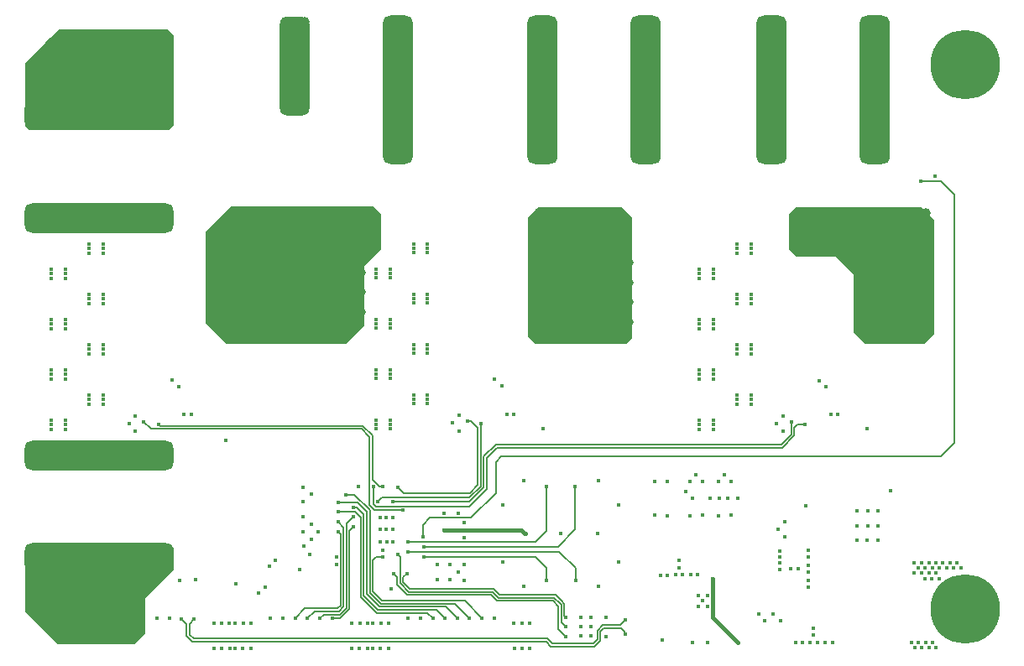
<source format=gbr>
%TF.GenerationSoftware,Altium Limited,Altium Designer,24.0.1 (36)*%
G04 Layer_Physical_Order=4*
G04 Layer_Color=12517376*
%FSLAX45Y45*%
%MOMM*%
%TF.SameCoordinates,AD55DBC5-7C0D-423F-88F8-B269A012BA9E*%
%TF.FilePolarity,Positive*%
%TF.FileFunction,Copper,L4,Bot,Signal*%
%TF.Part,Single*%
G01*
G75*
%TA.AperFunction,ConnectorPad*%
G04:AMPARAMS|DCode=32|XSize=3mm|YSize=15mm|CornerRadius=0.75mm|HoleSize=0mm|Usage=FLASHONLY|Rotation=90.000|XOffset=0mm|YOffset=0mm|HoleType=Round|Shape=RoundedRectangle|*
%AMROUNDEDRECTD32*
21,1,3.00000,13.50000,0,0,90.0*
21,1,1.50000,15.00000,0,0,90.0*
1,1,1.50000,6.75000,0.75000*
1,1,1.50000,6.75000,-0.75000*
1,1,1.50000,-6.75000,-0.75000*
1,1,1.50000,-6.75000,0.75000*
%
%ADD32ROUNDEDRECTD32*%
G04:AMPARAMS|DCode=39|XSize=3mm|YSize=10mm|CornerRadius=0.75mm|HoleSize=0mm|Usage=FLASHONLY|Rotation=0.000|XOffset=0mm|YOffset=0mm|HoleType=Round|Shape=RoundedRectangle|*
%AMROUNDEDRECTD39*
21,1,3.00000,8.50000,0,0,0.0*
21,1,1.50000,10.00000,0,0,0.0*
1,1,1.50000,0.75000,-4.25000*
1,1,1.50000,-0.75000,-4.25000*
1,1,1.50000,-0.75000,4.25000*
1,1,1.50000,0.75000,4.25000*
%
%ADD39ROUNDEDRECTD39*%
G04:AMPARAMS|DCode=41|XSize=3mm|YSize=15mm|CornerRadius=0.75mm|HoleSize=0mm|Usage=FLASHONLY|Rotation=0.000|XOffset=0mm|YOffset=0mm|HoleType=Round|Shape=RoundedRectangle|*
%AMROUNDEDRECTD41*
21,1,3.00000,13.50000,0,0,0.0*
21,1,1.50000,15.00000,0,0,0.0*
1,1,1.50000,0.75000,-6.75000*
1,1,1.50000,-0.75000,-6.75000*
1,1,1.50000,-0.75000,6.75000*
1,1,1.50000,0.75000,6.75000*
%
%ADD41ROUNDEDRECTD41*%
%TA.AperFunction,Conductor*%
%ADD48C,0.20320*%
%ADD49C,0.38100*%
%TA.AperFunction,ComponentPad*%
%ADD54C,0.40000*%
%ADD55C,1.00000*%
%ADD56C,7.00000*%
%ADD57C,1.01600*%
%TA.AperFunction,ViaPad*%
%ADD58C,1.00000*%
%ADD59C,0.40000*%
G36*
X53340Y1165860D02*
X10160Y1122680D01*
Y480060D01*
X340360Y149860D01*
X1112520D01*
X1221740Y259080D01*
Y612140D01*
X1510121Y900521D01*
Y1122528D01*
X1466789Y1165860D01*
X53340D01*
D02*
G37*
G36*
X349950Y6350000D02*
X10160Y6010210D01*
Y5379720D01*
X54428Y5335452D01*
X1464492D01*
X1510586Y5381546D01*
Y6292294D01*
X1452880Y6349999D01*
X349950Y6350000D01*
D02*
G37*
G36*
X3525520Y4564380D02*
X3600024Y4489876D01*
X3600024Y4130884D01*
X3431540Y3962400D01*
Y3368040D01*
X3246120Y3182620D01*
X2042160D01*
X1836420Y3388360D01*
Y4312920D01*
X2087880Y4564380D01*
X3525520D01*
D02*
G37*
G36*
X5087620Y3253740D02*
X5158740Y3182620D01*
X6083300D01*
X6139180Y3238500D01*
X6139180Y4452620D01*
X6029960Y4561840D01*
X5189220D01*
X5087620Y4460240D01*
Y3253740D01*
D02*
G37*
G36*
X7790180Y4561840D02*
X7715876Y4487536D01*
Y4133224D01*
X7787640Y4061460D01*
X8191500D01*
X8369300Y3883660D01*
Y3294380D01*
X8481060Y3182620D01*
X9088120D01*
X9187179Y3281679D01*
X9187180Y4432300D01*
X9057640Y4561840D01*
X7790180D01*
D02*
G37*
D32*
X760160Y4446403D02*
D03*
X760160Y5486400D02*
D03*
X760160Y1016000D02*
D03*
X760160Y2055997D02*
D03*
D39*
X2732337Y5979160D02*
D03*
D41*
X3772334Y5740400D02*
D03*
X6272397D02*
D03*
X5232400Y5740400D02*
D03*
X8585200D02*
D03*
X7545203Y5740400D02*
D03*
D48*
X5341566Y124514D02*
X5756016D01*
X5816525Y185024D01*
Y271836D01*
X5354191Y154994D02*
X5743391D01*
X5786045Y197649D01*
Y284461D01*
X5816525Y271836D02*
X5851511Y306821D01*
X5786045Y284461D02*
X5842520Y340936D01*
X6023263Y306821D02*
X6058220Y271864D01*
X5851511Y306821D02*
X6023263D01*
X5842520Y340936D02*
X6015296D01*
X5283200Y203200D02*
X5329792Y156608D01*
X5352577D01*
X5354191Y154994D01*
X5339952Y126128D02*
X5341566Y124514D01*
X5270575Y172720D02*
X5317167Y126128D01*
X5339952D01*
X1699357Y172720D02*
X5270575D01*
X1640452Y231625D02*
X1699357Y172720D01*
X1711982Y203200D02*
X5283200D01*
X1640452Y231625D02*
Y353179D01*
X1592580Y401051D02*
X1640452Y353179D01*
X1670932Y244250D02*
Y352403D01*
Y244250D02*
X1711982Y203200D01*
X4762500Y1986280D02*
X4818380Y2042160D01*
X9253220D01*
X9387840Y2176780D01*
X4097337Y1422400D02*
X4511040D01*
X4762500Y1673860D01*
Y1986280D01*
X9048640Y4823460D02*
X9248140D01*
X9387840Y4683760D01*
Y2176780D02*
Y4683760D01*
X7640320Y2164080D02*
X7741920Y2265680D01*
X4762500Y2164080D02*
X7640320D01*
X4023360Y1231900D02*
Y1348423D01*
X4097337Y1422400D01*
X4033520Y1031240D02*
X5161280D01*
X5270500Y787160D02*
Y922020D01*
X5161280Y1031240D02*
X5270500Y922020D01*
X3421141Y2352280D02*
X3517900Y2255521D01*
X1361440Y2362200D02*
X1366765D01*
X1376685Y2352280D01*
X3421141D01*
X3517900Y1808480D02*
Y2255521D01*
X3583940Y1742440D02*
X3624580D01*
X3517900Y1808480D02*
X3583940Y1742440D01*
X4497901Y1670806D02*
X4579620Y1752525D01*
X3776980Y1729740D02*
X3835914Y1670806D01*
X4497901D01*
X4671060Y1714650D02*
Y2029535D01*
X4772548Y2131023D01*
X4495650Y1539240D02*
X4671060Y1714650D01*
X4640580Y2042160D02*
X4762500Y2164080D01*
X4640580Y1727275D02*
Y2042160D01*
X4496419Y1583114D02*
X4640580Y1727275D01*
X5420360Y589280D02*
X5453380Y556260D01*
X5466080Y419100D02*
Y424425D01*
X5453380Y437125D02*
Y556260D01*
Y437125D02*
X5466080Y424425D01*
X4775275Y586740D02*
X5336690D01*
X5392420Y531010D01*
Y299720D02*
Y531010D01*
X5422900Y365760D02*
Y543635D01*
X4787900Y617220D02*
X5349315D01*
X5407735Y558800D01*
X5407735D01*
X5422900Y543635D01*
X5420360Y589280D02*
X5420360D01*
X4800525Y647700D02*
X5361940D01*
X5420360Y589280D01*
X4715933Y646082D02*
X4775275Y586740D01*
X3870038Y646082D02*
X4715933D01*
X4741183Y707042D02*
X4800525Y647700D01*
X3895288Y707042D02*
X4741183D01*
X3882663Y676562D02*
X4728558D01*
X4787900Y617220D01*
X3588945Y525780D02*
X4259580D01*
X4371340Y414020D01*
X4351020Y556260D02*
X4493260Y414020D01*
X3601570Y556260D02*
X4351020D01*
X3614195Y586740D02*
X4447540D01*
X4620260Y414020D01*
X3520440Y680495D02*
X3614195Y586740D01*
X3520440Y680495D02*
Y993140D01*
X3553908Y1026608D01*
X3622643D01*
X3489960Y667870D02*
X3601570Y556260D01*
X3459480Y655245D02*
X3588945Y525780D01*
X3429000Y637465D02*
X3571165Y495300D01*
X4165600D01*
X4246880Y414020D01*
X3398520Y624840D02*
X3558540Y464820D01*
X4071620D02*
X4124960Y411480D01*
X3558540Y464820D02*
X4071620D01*
X3489960Y667870D02*
Y1498525D01*
X3429000Y637465D02*
Y1457885D01*
X3459480Y655245D02*
Y1485900D01*
X3332405Y1656080D02*
X3489960Y1498525D01*
X3362960Y1582420D02*
X3459480Y1485900D01*
X3398520Y624840D02*
Y1428419D01*
X3169920Y1483360D02*
X3343579D01*
X3398520Y1428419D01*
X3487421Y1551939D02*
Y2242895D01*
Y1551939D02*
X3540520Y1498840D01*
X2736660Y406560D02*
X2837858Y507758D01*
X3164189D01*
X3194749Y538318D01*
Y1255331D01*
X2932379Y477279D02*
X3176814D01*
X2861660Y406560D02*
X2932379Y477279D01*
X3176814D02*
X3225229Y525694D01*
Y1326451D01*
X3026900Y446800D02*
X3189439D01*
X2986660Y406560D02*
X3026900Y446800D01*
X3255709Y513070D02*
Y1363409D01*
X3189439Y446800D02*
X3255709Y513070D01*
X3111500Y406400D02*
X3192142D01*
X3286189Y500447D02*
Y1294829D01*
X3192142Y406400D02*
X3286189Y500447D01*
Y1294829D02*
X3324860Y1333500D01*
X3169920Y1280160D02*
X3194749Y1255331D01*
X3255709Y1363409D02*
X3324860Y1432560D01*
X3169920Y1381760D02*
X3225229Y1326451D01*
X3766820Y749300D02*
X3870038Y646082D01*
X3827780Y774550D02*
X3895288Y707042D01*
X3797300Y761925D02*
X3882663Y676562D01*
X3827780Y774550D02*
Y825500D01*
X3797300Y761925D02*
Y1029377D01*
X3766820Y749300D02*
Y828538D01*
X3246120Y1656080D02*
X3332405D01*
X3169920Y1582420D02*
X3362960D01*
X3328626Y1527854D02*
X3359031D01*
X3324860Y1531620D02*
X3328626Y1527854D01*
X3359031D02*
X3429000Y1457885D01*
X5392420Y299720D02*
X5466080Y226060D01*
X5422900Y365760D02*
X5466080Y322580D01*
X1670932Y352403D02*
X1717040Y398511D01*
X1592580Y401051D02*
Y401320D01*
X1717040Y398511D02*
Y398780D01*
X6015296Y340936D02*
X6068060Y393700D01*
Y251460D02*
Y256785D01*
X6058220Y266625D02*
X6068060Y256785D01*
X6058220Y266625D02*
Y271864D01*
X3827780Y825500D02*
X3863340Y861060D01*
X3734338Y861020D02*
X3766820Y828538D01*
X3775264Y1051413D02*
X3797300Y1029377D01*
X3876040Y1181100D02*
X5163820D01*
X5270500Y1287780D01*
X5387340Y1132840D02*
X5562600Y1308100D01*
X4048760Y1132840D02*
X5387340D01*
X5402580Y1079500D02*
X5565140Y916940D01*
X3881120Y1079500D02*
X5402580D01*
X3878580Y1082040D02*
X3881120Y1079500D01*
X4772548Y2131023D02*
X7650368D01*
X1209040Y2395220D02*
X1282460Y2321800D01*
X3408516D01*
X3487421Y2242895D01*
X3540520Y1498840D02*
X3822700D01*
X3553460Y1539240D02*
X4495650D01*
X3721571Y1583114D02*
X4496419D01*
X4579620Y1752525D02*
Y2329180D01*
X3613104Y1625600D02*
X4495800D01*
X4610100Y1739900D02*
Y2370820D01*
X4495800Y1625600D02*
X4610100Y1739900D01*
X7650368Y2131023D02*
X7772400Y2253055D01*
Y2329180D02*
X7805420Y2362200D01*
X7772400Y2253055D02*
Y2329180D01*
X7805420Y2362200D02*
X7881620D01*
X7741920Y2265680D02*
Y2392680D01*
X3574180Y1586676D02*
X3613104Y1625600D01*
X4475480Y2400300D02*
X4508500D01*
X4579620Y2329180D01*
X3528060Y1564640D02*
X3553460Y1539240D01*
X3528060Y1564640D02*
Y1739900D01*
X5565140Y787160D02*
Y916940D01*
X5562600Y1308100D02*
Y1742680D01*
X5270500Y1287780D02*
Y1740140D01*
D49*
X5021763Y1299210D02*
X5056053Y1264920D01*
X4236720Y1299210D02*
X5021763D01*
X5056053Y1264920D02*
X5056567D01*
X6950357Y418473D02*
Y806803D01*
Y418473D02*
X7200900Y167930D01*
D54*
X6741160Y1620520D02*
D03*
D55*
X1448480Y5393123D02*
D03*
X71800D02*
D03*
X760140D02*
D03*
X415970D02*
D03*
X243885D02*
D03*
X932225D02*
D03*
X588055D02*
D03*
X1104310D02*
D03*
X1276395D02*
D03*
X1448480Y5583623D02*
D03*
X71800D02*
D03*
X760140D02*
D03*
X415970D02*
D03*
X243885D02*
D03*
X932225D02*
D03*
X588055D02*
D03*
X1104310D02*
D03*
X1276395D02*
D03*
X1448480Y922723D02*
D03*
X71800D02*
D03*
X760140D02*
D03*
X415970D02*
D03*
X243885D02*
D03*
X932225D02*
D03*
X588055D02*
D03*
X1104310D02*
D03*
X1276395D02*
D03*
X1448480Y1113223D02*
D03*
X71800D02*
D03*
X760140D02*
D03*
X415970D02*
D03*
X243885D02*
D03*
X932225D02*
D03*
X588055D02*
D03*
X1104310D02*
D03*
X1276395D02*
D03*
X2829560Y5912505D02*
D03*
Y5568335D02*
D03*
Y6256675D02*
D03*
Y6084590D02*
D03*
Y5740420D02*
D03*
Y6428760D02*
D03*
X2639060Y5912505D02*
D03*
Y5568335D02*
D03*
Y6256675D02*
D03*
Y6084590D02*
D03*
Y5740420D02*
D03*
Y6428760D02*
D03*
X3869557Y5224165D02*
D03*
Y5396250D02*
D03*
Y5912505D02*
D03*
Y5568335D02*
D03*
Y6256675D02*
D03*
Y6084590D02*
D03*
Y5740420D02*
D03*
Y6428760D02*
D03*
Y5052080D02*
D03*
X3679057Y5224165D02*
D03*
Y5396250D02*
D03*
Y5912505D02*
D03*
Y5568335D02*
D03*
Y6256675D02*
D03*
Y6084590D02*
D03*
Y5740420D02*
D03*
Y6428760D02*
D03*
Y5052080D02*
D03*
X5329623Y5224165D02*
D03*
Y5396250D02*
D03*
Y5912505D02*
D03*
Y5568335D02*
D03*
Y6256675D02*
D03*
Y6084590D02*
D03*
Y5740420D02*
D03*
Y6428760D02*
D03*
Y5052080D02*
D03*
X5139123Y5224165D02*
D03*
Y5396250D02*
D03*
Y5912505D02*
D03*
Y5568335D02*
D03*
Y6256675D02*
D03*
Y6084590D02*
D03*
Y5740420D02*
D03*
Y6428760D02*
D03*
Y5052080D02*
D03*
X6369620Y5224165D02*
D03*
Y5396250D02*
D03*
Y5912505D02*
D03*
Y5568335D02*
D03*
Y6256675D02*
D03*
Y6084590D02*
D03*
Y5740420D02*
D03*
Y6428760D02*
D03*
Y5052080D02*
D03*
X6179120Y5224165D02*
D03*
Y5396250D02*
D03*
Y5912505D02*
D03*
Y5568335D02*
D03*
Y6256675D02*
D03*
Y6084590D02*
D03*
Y5740420D02*
D03*
Y6428760D02*
D03*
Y5052080D02*
D03*
X7642426Y5224165D02*
D03*
Y5396250D02*
D03*
Y5912505D02*
D03*
Y5568335D02*
D03*
Y6256675D02*
D03*
Y6084590D02*
D03*
Y5740420D02*
D03*
Y6428760D02*
D03*
Y5052080D02*
D03*
X7451926Y5224165D02*
D03*
Y5396250D02*
D03*
Y5912505D02*
D03*
Y5568335D02*
D03*
Y6256675D02*
D03*
Y6084590D02*
D03*
Y5740420D02*
D03*
Y6428760D02*
D03*
Y5052080D02*
D03*
X8682423Y5224165D02*
D03*
Y5396250D02*
D03*
Y5912505D02*
D03*
Y5568335D02*
D03*
Y6256675D02*
D03*
Y6084590D02*
D03*
Y5740420D02*
D03*
Y6428760D02*
D03*
Y5052080D02*
D03*
X8491923Y5224165D02*
D03*
Y5396250D02*
D03*
Y5912505D02*
D03*
Y5568335D02*
D03*
Y6256675D02*
D03*
Y6084590D02*
D03*
Y5740420D02*
D03*
Y6428760D02*
D03*
Y5052080D02*
D03*
D56*
X8719820Y3533140D02*
D03*
X5438140D02*
D03*
X2186940D02*
D03*
X9499384Y500001D02*
D03*
Y6000012D02*
D03*
X499366Y500001D02*
D03*
Y6000012D02*
D03*
D57*
X8450580Y3533140D02*
D03*
X8585200Y3299971D02*
D03*
X8854440D02*
D03*
X8989060Y3533140D02*
D03*
X8854440Y3766309D02*
D03*
X8585200D02*
D03*
X5168900Y3533140D02*
D03*
X5303520Y3299971D02*
D03*
X5572760D02*
D03*
X5707380Y3533140D02*
D03*
X5572760Y3766309D02*
D03*
X5303520D02*
D03*
X1917700Y3533140D02*
D03*
X2052320Y3299971D02*
D03*
X2321560D02*
D03*
X2456180Y3533140D02*
D03*
X2321560Y3766309D02*
D03*
X2052320D02*
D03*
X9364764Y733170D02*
D03*
X9634004D02*
D03*
X9768624Y500001D02*
D03*
X9634004Y266832D02*
D03*
X9364764D02*
D03*
X9230144Y500001D02*
D03*
X9364764Y6233181D02*
D03*
X9634004D02*
D03*
X9768624Y6000012D02*
D03*
X9634004Y5766843D02*
D03*
X9364764D02*
D03*
X9230144Y6000012D02*
D03*
X364746Y733170D02*
D03*
X633986D02*
D03*
X768606Y500001D02*
D03*
X633986Y266832D02*
D03*
X364746D02*
D03*
X230126Y500001D02*
D03*
X364746Y6233181D02*
D03*
X633986D02*
D03*
X768606Y6000012D02*
D03*
X633986Y5766843D02*
D03*
X364746D02*
D03*
X230126Y6000012D02*
D03*
D58*
X8500000Y4100000D02*
D03*
Y4300000D02*
D03*
Y4500000D02*
D03*
Y3900000D02*
D03*
X8600000Y4200000D02*
D03*
Y4400000D02*
D03*
Y4000000D02*
D03*
X8700000Y4100000D02*
D03*
Y4300000D02*
D03*
Y4500000D02*
D03*
Y3900000D02*
D03*
X8800000Y4200000D02*
D03*
Y4400000D02*
D03*
Y4000000D02*
D03*
X8900000Y4100000D02*
D03*
Y4300000D02*
D03*
Y4500000D02*
D03*
Y3900000D02*
D03*
X9000000Y4200000D02*
D03*
Y4400000D02*
D03*
Y4000000D02*
D03*
Y3800000D02*
D03*
X9100000Y4300000D02*
D03*
Y4500000D02*
D03*
Y4100000D02*
D03*
Y3700000D02*
D03*
Y3500000D02*
D03*
Y3300000D02*
D03*
Y3900000D02*
D03*
X5200000Y4500000D02*
D03*
X5400000D02*
D03*
X5300000Y4400000D02*
D03*
X5200000Y4300000D02*
D03*
X5400000D02*
D03*
X5300000Y4200000D02*
D03*
X5200000Y4100000D02*
D03*
X5400000D02*
D03*
X5500000Y4000000D02*
D03*
X5300000D02*
D03*
X5700000D02*
D03*
X5400000Y3900000D02*
D03*
X5200000D02*
D03*
X5600000D02*
D03*
X5800000Y3700000D02*
D03*
Y3500000D02*
D03*
Y3300000D02*
D03*
Y3900000D02*
D03*
X5900000Y3800000D02*
D03*
Y3600000D02*
D03*
Y3400000D02*
D03*
Y4000000D02*
D03*
X6000000Y3700000D02*
D03*
Y3500000D02*
D03*
Y3300000D02*
D03*
Y3900000D02*
D03*
X6100000Y3800000D02*
D03*
Y3600000D02*
D03*
Y3400000D02*
D03*
Y4000000D02*
D03*
X2800000Y4100000D02*
D03*
Y4300000D02*
D03*
X2700000Y4200000D02*
D03*
X2600000Y4100000D02*
D03*
X2500000Y4000000D02*
D03*
X3100000D02*
D03*
X2900000D02*
D03*
X2700000D02*
D03*
X3300000D02*
D03*
X2700000Y3600000D02*
D03*
X2600000Y3700000D02*
D03*
X2800000D02*
D03*
X2700000Y3800000D02*
D03*
X2500000D02*
D03*
X2900000D02*
D03*
X3200000Y3900000D02*
D03*
X3000000D02*
D03*
X2800000D02*
D03*
X3400000D02*
D03*
X3300000Y3800000D02*
D03*
X3100000D02*
D03*
X3400000Y3700000D02*
D03*
X3200000D02*
D03*
X3000000D02*
D03*
X3300000Y3600000D02*
D03*
X3100000D02*
D03*
X2900000D02*
D03*
X3200000Y3500000D02*
D03*
X3000000D02*
D03*
X2800000D02*
D03*
X3400000D02*
D03*
X3100000Y3400000D02*
D03*
X2900000D02*
D03*
X2700000D02*
D03*
X3300000D02*
D03*
X3000000Y3300000D02*
D03*
X2800000D02*
D03*
X2600000D02*
D03*
X3200000D02*
D03*
X2100000Y4000000D02*
D03*
X1900000D02*
D03*
X2300000D02*
D03*
X2200000Y4100000D02*
D03*
X2000000D02*
D03*
X2400000D02*
D03*
X2300000Y4200000D02*
D03*
X2100000D02*
D03*
X1900000D02*
D03*
X2500000D02*
D03*
X2400000Y4300000D02*
D03*
X2200000D02*
D03*
X2000000D02*
D03*
X2600000D02*
D03*
X2500000Y4400000D02*
D03*
X2300000D02*
D03*
X2100000D02*
D03*
X2700000D02*
D03*
X2800000Y4500000D02*
D03*
X2200000D02*
D03*
X2400000D02*
D03*
X2600000D02*
D03*
D59*
X5617997Y323063D02*
D03*
X5724677D02*
D03*
Y231623D02*
D03*
X5617997D02*
D03*
X5724677Y414503D02*
D03*
X5617997D02*
D03*
X4945920Y363220D02*
D03*
X5103400D02*
D03*
X5027200D02*
D03*
X5023960Y107780D02*
D03*
X4947760D02*
D03*
X5105240D02*
D03*
X3519520Y363220D02*
D03*
X3677000D02*
D03*
X3600800D02*
D03*
X3597560Y107780D02*
D03*
X3521360D02*
D03*
X3678840D02*
D03*
X3309080Y363220D02*
D03*
X3466560D02*
D03*
X3390360D02*
D03*
X3387120Y107780D02*
D03*
X3310920D02*
D03*
X3468400D02*
D03*
X2132680Y363220D02*
D03*
X2290160D02*
D03*
X2213960D02*
D03*
X2210720Y107780D02*
D03*
X2134520D02*
D03*
X2292000D02*
D03*
X2077020D02*
D03*
X1919540D02*
D03*
X1995740D02*
D03*
X1998980Y363220D02*
D03*
X2075180D02*
D03*
X1917700D02*
D03*
X6814820Y2362200D02*
D03*
Y2319020D02*
D03*
Y2405380D02*
D03*
X6957341Y2362192D02*
D03*
X6957327Y2405372D02*
D03*
X6957356Y2319012D02*
D03*
Y2827012D02*
D03*
X6957327Y2913372D02*
D03*
X6957341Y2870192D02*
D03*
X6814820Y2913380D02*
D03*
Y2827020D02*
D03*
Y2870200D02*
D03*
X6957356Y3335012D02*
D03*
X6957327Y3421372D02*
D03*
X6957341Y3378192D02*
D03*
X6814820Y3421380D02*
D03*
Y3335020D02*
D03*
Y3378200D02*
D03*
X6957356Y3843012D02*
D03*
X6957327Y3929372D02*
D03*
X6957341Y3886192D02*
D03*
X6814820Y3929380D02*
D03*
Y3843020D02*
D03*
Y3886200D02*
D03*
X7194864Y4097012D02*
D03*
X7194893Y4183372D02*
D03*
X7194878Y4140192D02*
D03*
X7337400Y4183380D02*
D03*
Y4097020D02*
D03*
Y4140200D02*
D03*
X7194864Y3589012D02*
D03*
X7194893Y3675372D02*
D03*
X7194878Y3632192D02*
D03*
X7337400Y3675380D02*
D03*
Y3589020D02*
D03*
Y3632200D02*
D03*
X7194864Y3081012D02*
D03*
X7194893Y3167372D02*
D03*
X7194878Y3124192D02*
D03*
X7337400Y3167380D02*
D03*
Y3081020D02*
D03*
Y3124200D02*
D03*
X7194864Y2573012D02*
D03*
X7194893Y2659372D02*
D03*
X7194878Y2616192D02*
D03*
X7337400Y2659380D02*
D03*
Y2573020D02*
D03*
Y2616200D02*
D03*
X3550920Y2364740D02*
D03*
Y2321560D02*
D03*
Y2407920D02*
D03*
X3693441Y2364732D02*
D03*
X3693427Y2407912D02*
D03*
X3693456Y2321552D02*
D03*
Y2829552D02*
D03*
X3693427Y2915912D02*
D03*
X3693441Y2872732D02*
D03*
X3550920Y2915920D02*
D03*
Y2829560D02*
D03*
Y2872740D02*
D03*
X3693456Y3337552D02*
D03*
X3693427Y3423912D02*
D03*
X3693441Y3380732D02*
D03*
X3550920Y3423920D02*
D03*
Y3337560D02*
D03*
Y3380740D02*
D03*
X3693456Y3845552D02*
D03*
X3693427Y3931912D02*
D03*
X3693441Y3888732D02*
D03*
X3550920Y3931920D02*
D03*
Y3845560D02*
D03*
Y3888740D02*
D03*
X3930964Y4099552D02*
D03*
X3930993Y4185912D02*
D03*
X3930978Y4142732D02*
D03*
X4073500Y4185920D02*
D03*
Y4099560D02*
D03*
Y4142740D02*
D03*
X3930964Y3591552D02*
D03*
X3930993Y3677912D02*
D03*
X3930978Y3634732D02*
D03*
X4073500Y3677920D02*
D03*
Y3591560D02*
D03*
Y3634740D02*
D03*
X3930964Y3083552D02*
D03*
X3930993Y3169912D02*
D03*
X3930978Y3126732D02*
D03*
X4073500Y3169920D02*
D03*
Y3083560D02*
D03*
Y3126740D02*
D03*
X3930964Y2575552D02*
D03*
X3930993Y2661912D02*
D03*
X3930978Y2618732D02*
D03*
X4073500Y2661920D02*
D03*
Y2575560D02*
D03*
Y2618740D02*
D03*
X801980Y2616200D02*
D03*
Y2573020D02*
D03*
Y2659380D02*
D03*
X659458Y2616192D02*
D03*
X659473Y2659372D02*
D03*
X659444Y2573012D02*
D03*
X801980Y3124200D02*
D03*
Y3081020D02*
D03*
Y3167380D02*
D03*
X659458Y3124192D02*
D03*
X659473Y3167372D02*
D03*
X659444Y3081012D02*
D03*
X801980Y3632200D02*
D03*
Y3589020D02*
D03*
Y3675380D02*
D03*
X659458Y3632192D02*
D03*
X659473Y3675372D02*
D03*
X659444Y3589012D02*
D03*
X801980Y4140200D02*
D03*
Y4097020D02*
D03*
Y4183380D02*
D03*
X659458Y4140192D02*
D03*
X659473Y4183372D02*
D03*
X659444Y4097012D02*
D03*
X279400Y3886200D02*
D03*
Y3843020D02*
D03*
Y3929380D02*
D03*
X421921Y3886192D02*
D03*
X421907Y3929372D02*
D03*
X421936Y3843012D02*
D03*
X279400Y3378200D02*
D03*
Y3335020D02*
D03*
Y3421380D02*
D03*
X421921Y3378192D02*
D03*
X421907Y3421372D02*
D03*
X421936Y3335012D02*
D03*
X279400Y2870200D02*
D03*
Y2827020D02*
D03*
Y2913380D02*
D03*
X421921Y2870192D02*
D03*
X421907Y2913372D02*
D03*
X421936Y2827012D02*
D03*
Y2319012D02*
D03*
X421907Y2405372D02*
D03*
X421921Y2362192D02*
D03*
X279400Y2405380D02*
D03*
Y2319020D02*
D03*
Y2362200D02*
D03*
X9194800Y4874260D02*
D03*
X4023360Y1231900D02*
D03*
X9048640Y4823460D02*
D03*
X4236720Y1299210D02*
D03*
X1732280Y796640D02*
D03*
X1574800Y794100D02*
D03*
X7967980Y239060D02*
D03*
Y310180D02*
D03*
X7853680Y162860D02*
D03*
X7782560D02*
D03*
X8155940Y167940D02*
D03*
X8084820D02*
D03*
X8003540D02*
D03*
X7932420D02*
D03*
X6573520Y848360D02*
D03*
X6644640D02*
D03*
X6725920D02*
D03*
X6797040D02*
D03*
X6423660Y843280D02*
D03*
X6494780D02*
D03*
X6609080Y990600D02*
D03*
Y919480D02*
D03*
X8407400Y1343660D02*
D03*
X8615680D02*
D03*
X8511540D02*
D03*
Y1493520D02*
D03*
X8509000Y1196340D02*
D03*
X8615680Y1193800D02*
D03*
X8407400Y1196340D02*
D03*
X8615680Y1493520D02*
D03*
X8407400D02*
D03*
X5412740Y1264920D02*
D03*
X4444420Y1376680D02*
D03*
X4445290Y1222030D02*
D03*
X3591560Y1430020D02*
D03*
X3594100Y1181100D02*
D03*
X3591560Y1308100D02*
D03*
X3657600Y1430020D02*
D03*
X3660140Y1181100D02*
D03*
X3657600Y1308100D02*
D03*
X3721100D02*
D03*
X3723640Y1181100D02*
D03*
X3721100Y1430020D02*
D03*
X6680536Y1691640D02*
D03*
X6002020Y975360D02*
D03*
X4833569Y974862D02*
D03*
X4833620Y1554480D02*
D03*
X7914640Y947420D02*
D03*
Y876300D02*
D03*
Y795020D02*
D03*
Y723900D02*
D03*
Y1026160D02*
D03*
Y1097280D02*
D03*
X7736840Y909320D02*
D03*
X7807960D02*
D03*
X2540860Y997680D02*
D03*
X2371500Y663480D02*
D03*
X2433280Y725900D02*
D03*
X2479080Y935260D02*
D03*
X2142620Y757760D02*
D03*
X2784980Y903400D02*
D03*
X6439540Y188730D02*
D03*
X7009260Y1446140D02*
D03*
X6719700D02*
D03*
X6367800Y1447480D02*
D03*
X6367800Y1790380D02*
D03*
X7008940Y1791900D02*
D03*
X6720540D02*
D03*
X7071040Y1854000D02*
D03*
X6782640D02*
D03*
X7612380Y1308100D02*
D03*
X7675860Y1232220D02*
D03*
Y1387160D02*
D03*
X8739900Y1699580D02*
D03*
X7885079Y1544640D02*
D03*
X7556500Y449580D02*
D03*
X7635560Y387260D02*
D03*
X7475220Y388320D02*
D03*
X7413120Y450420D02*
D03*
X6743700Y167930D02*
D03*
X6896100D02*
D03*
X6847840Y584200D02*
D03*
X6896100Y528320D02*
D03*
Y640080D02*
D03*
X6802120Y530860D02*
D03*
Y640080D02*
D03*
X7015480Y1620520D02*
D03*
X7104380D02*
D03*
X7205980D02*
D03*
X6918936Y1620781D02*
D03*
X7133460Y1447800D02*
D03*
X6843900D02*
D03*
X6492000Y1442720D02*
D03*
X6492000Y1790700D02*
D03*
X6845060D02*
D03*
X7133460D02*
D03*
X9090660Y810260D02*
D03*
X9161780D02*
D03*
X9235440D02*
D03*
X8983980Y863600D02*
D03*
X9055100D02*
D03*
X9128760D02*
D03*
X9199880D02*
D03*
X9306560Y916940D02*
D03*
X9380220D02*
D03*
X9451340D02*
D03*
X9019540D02*
D03*
X9090660D02*
D03*
X9164320D02*
D03*
X9235440D02*
D03*
X9271000Y972820D02*
D03*
X9344660D02*
D03*
X9415780D02*
D03*
X8983980D02*
D03*
X9055100D02*
D03*
X9128760D02*
D03*
X9199880D02*
D03*
X9202420Y116840D02*
D03*
X9131300D02*
D03*
X9057640D02*
D03*
X8986520D02*
D03*
X9166860Y167640D02*
D03*
X9095740D02*
D03*
X9022080D02*
D03*
X8950960D02*
D03*
X1617760Y2466340D02*
D03*
X1688880D02*
D03*
X4874040D02*
D03*
X4945160D02*
D03*
X8209280D02*
D03*
X8138160D02*
D03*
X7622540Y901700D02*
D03*
Y965200D02*
D03*
Y1026160D02*
D03*
Y1087120D02*
D03*
X8021320Y2807020D02*
D03*
X4820920Y2755900D02*
D03*
X4749800Y2822260D02*
D03*
X2034540Y2207260D02*
D03*
X5239700Y2321560D02*
D03*
X1567180Y2748280D02*
D03*
X1498600Y2814124D02*
D03*
X1062880Y2377440D02*
D03*
X1127520Y2453640D02*
D03*
Y2298700D02*
D03*
X4327940Y2379980D02*
D03*
X4392580Y2456180D02*
D03*
Y2301240D02*
D03*
X7659240Y2296160D02*
D03*
Y2451100D02*
D03*
X7594600Y2374900D02*
D03*
X8503820Y2321560D02*
D03*
X8094980Y2743200D02*
D03*
X4381500Y1464580D02*
D03*
X4445000Y795020D02*
D03*
Y952500D02*
D03*
X4382590Y876590D02*
D03*
X4173220Y797560D02*
D03*
Y949960D02*
D03*
X4299980Y797560D02*
D03*
Y949960D02*
D03*
X5793980Y731520D02*
D03*
X5041296Y733573D02*
D03*
X5793980Y1798320D02*
D03*
X5041660Y1795780D02*
D03*
X4236720Y1464580D02*
D03*
X2903460Y1663700D02*
D03*
X3373120Y1739900D02*
D03*
X2819980Y1279580D02*
D03*
X2819400Y1432560D02*
D03*
Y1587500D02*
D03*
X2816860Y1732280D02*
D03*
X2821250Y1140150D02*
D03*
X2904620Y1356360D02*
D03*
X2903460Y1203960D02*
D03*
X2965450Y1283970D02*
D03*
X3154349Y952500D02*
D03*
Y1031240D02*
D03*
X5869700Y226060D02*
D03*
X5874233Y420853D02*
D03*
X3616960Y1094740D02*
D03*
X2882660Y1051560D02*
D03*
X3707480Y706120D02*
D03*
X1470280Y406560D02*
D03*
X1345280D02*
D03*
X2486660D02*
D03*
X2611660D02*
D03*
X2736660D02*
D03*
X2861660D02*
D03*
X2986660D02*
D03*
X3111500Y406400D02*
D03*
X3622643Y1026608D02*
D03*
X3870960Y408940D02*
D03*
X3997960D02*
D03*
X4124960Y411480D02*
D03*
X4246880Y414020D02*
D03*
X4371340D02*
D03*
X4493260D02*
D03*
X4620260D02*
D03*
X4749800D02*
D03*
X3246120Y1656080D02*
D03*
X3169920Y1280160D02*
D03*
X3324860Y1333500D02*
D03*
X3169920Y1381760D02*
D03*
X3324860Y1432560D02*
D03*
X3169920Y1483360D02*
D03*
X3324860Y1531620D02*
D03*
X3169920Y1582420D02*
D03*
X1592580Y401320D02*
D03*
X1717040Y398780D02*
D03*
X6068060Y393700D02*
D03*
Y251460D02*
D03*
X3775264Y1051413D02*
D03*
X3863340Y861060D02*
D03*
X3734338Y861020D02*
D03*
X5466080Y322580D02*
D03*
Y226060D02*
D03*
Y419100D02*
D03*
X3776980Y1729740D02*
D03*
X3822700Y1498840D02*
D03*
X3624580Y1742440D02*
D03*
X3528060Y1739900D02*
D03*
X3574180Y1586676D02*
D03*
X3721571Y1583114D02*
D03*
X3873500Y1181100D02*
D03*
X4033520Y1132840D02*
D03*
X3873500Y1079500D02*
D03*
X4033520Y1031240D02*
D03*
X5565140Y787160D02*
D03*
X5562600Y1742680D02*
D03*
X5270500Y1740140D02*
D03*
Y787160D02*
D03*
X5999480Y1554480D02*
D03*
X5056567Y1264920D02*
D03*
X5786120D02*
D03*
X7881620Y2362200D02*
D03*
X7741920Y2392680D02*
D03*
X4610100Y2370820D02*
D03*
X4475480Y2400300D02*
D03*
X1361440Y2362200D02*
D03*
X1209040Y2395220D02*
D03*
X7200900Y167930D02*
D03*
X6950357Y806803D02*
D03*
%TF.MD5,5ec0d55862cd69f1f380edcf45061355*%
M02*

</source>
